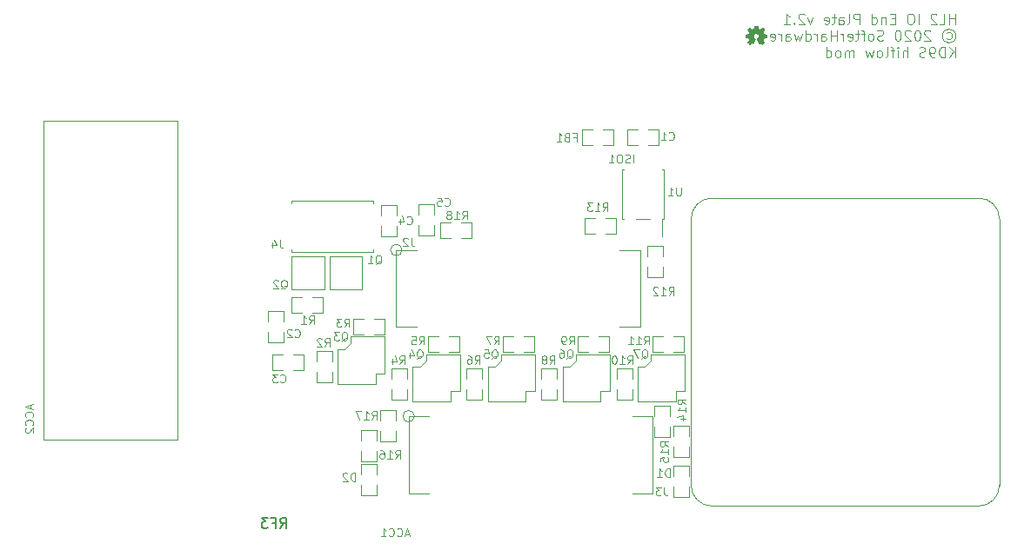
<source format=gbr>
G04 #@! TF.GenerationSoftware,KiCad,Pcbnew,(5.1.8)-1*
G04 #@! TF.CreationDate,2020-12-19T14:32:43-06:00*
G04 #@! TF.ProjectId,endcap,656e6463-6170-42e6-9b69-6361645f7063,2.1*
G04 #@! TF.SameCoordinates,PX2faf080PY2faf080*
G04 #@! TF.FileFunction,Legend,Bot*
G04 #@! TF.FilePolarity,Positive*
%FSLAX46Y46*%
G04 Gerber Fmt 4.6, Leading zero omitted, Abs format (unit mm)*
G04 Created by KiCad (PCBNEW (5.1.8)-1) date 2020-12-19 14:32:43*
%MOMM*%
%LPD*%
G01*
G04 APERTURE LIST*
%ADD10C,0.120000*%
%ADD11C,0.100000*%
%ADD12C,0.002540*%
%ADD13C,0.150000*%
G04 APERTURE END LIST*
D10*
X95683904Y-2532380D02*
X95683904Y-1532380D01*
X95683904Y-2008571D02*
X95112476Y-2008571D01*
X95112476Y-2532380D02*
X95112476Y-1532380D01*
X94160095Y-2532380D02*
X94636285Y-2532380D01*
X94636285Y-1532380D01*
X93874380Y-1627619D02*
X93826761Y-1580000D01*
X93731523Y-1532380D01*
X93493428Y-1532380D01*
X93398190Y-1580000D01*
X93350571Y-1627619D01*
X93302952Y-1722857D01*
X93302952Y-1818095D01*
X93350571Y-1960952D01*
X93922000Y-2532380D01*
X93302952Y-2532380D01*
X92112476Y-2532380D02*
X92112476Y-1532380D01*
X91445809Y-1532380D02*
X91255333Y-1532380D01*
X91160095Y-1580000D01*
X91064857Y-1675238D01*
X91017238Y-1865714D01*
X91017238Y-2199047D01*
X91064857Y-2389523D01*
X91160095Y-2484761D01*
X91255333Y-2532380D01*
X91445809Y-2532380D01*
X91541047Y-2484761D01*
X91636285Y-2389523D01*
X91683904Y-2199047D01*
X91683904Y-1865714D01*
X91636285Y-1675238D01*
X91541047Y-1580000D01*
X91445809Y-1532380D01*
X89826761Y-2008571D02*
X89493428Y-2008571D01*
X89350571Y-2532380D02*
X89826761Y-2532380D01*
X89826761Y-1532380D01*
X89350571Y-1532380D01*
X88922000Y-1865714D02*
X88922000Y-2532380D01*
X88922000Y-1960952D02*
X88874380Y-1913333D01*
X88779142Y-1865714D01*
X88636285Y-1865714D01*
X88541047Y-1913333D01*
X88493428Y-2008571D01*
X88493428Y-2532380D01*
X87588666Y-2532380D02*
X87588666Y-1532380D01*
X87588666Y-2484761D02*
X87683904Y-2532380D01*
X87874380Y-2532380D01*
X87969619Y-2484761D01*
X88017238Y-2437142D01*
X88064857Y-2341904D01*
X88064857Y-2056190D01*
X88017238Y-1960952D01*
X87969619Y-1913333D01*
X87874380Y-1865714D01*
X87683904Y-1865714D01*
X87588666Y-1913333D01*
X86350571Y-2532380D02*
X86350571Y-1532380D01*
X85969619Y-1532380D01*
X85874380Y-1580000D01*
X85826761Y-1627619D01*
X85779142Y-1722857D01*
X85779142Y-1865714D01*
X85826761Y-1960952D01*
X85874380Y-2008571D01*
X85969619Y-2056190D01*
X86350571Y-2056190D01*
X85207714Y-2532380D02*
X85302952Y-2484761D01*
X85350571Y-2389523D01*
X85350571Y-1532380D01*
X84398190Y-2532380D02*
X84398190Y-2008571D01*
X84445809Y-1913333D01*
X84541047Y-1865714D01*
X84731523Y-1865714D01*
X84826761Y-1913333D01*
X84398190Y-2484761D02*
X84493428Y-2532380D01*
X84731523Y-2532380D01*
X84826761Y-2484761D01*
X84874380Y-2389523D01*
X84874380Y-2294285D01*
X84826761Y-2199047D01*
X84731523Y-2151428D01*
X84493428Y-2151428D01*
X84398190Y-2103809D01*
X84064857Y-1865714D02*
X83683904Y-1865714D01*
X83922000Y-1532380D02*
X83922000Y-2389523D01*
X83874380Y-2484761D01*
X83779142Y-2532380D01*
X83683904Y-2532380D01*
X82969619Y-2484761D02*
X83064857Y-2532380D01*
X83255333Y-2532380D01*
X83350571Y-2484761D01*
X83398190Y-2389523D01*
X83398190Y-2008571D01*
X83350571Y-1913333D01*
X83255333Y-1865714D01*
X83064857Y-1865714D01*
X82969619Y-1913333D01*
X82922000Y-2008571D01*
X82922000Y-2103809D01*
X83398190Y-2199047D01*
X81826761Y-1865714D02*
X81588666Y-2532380D01*
X81350571Y-1865714D01*
X81017238Y-1627619D02*
X80969619Y-1580000D01*
X80874380Y-1532380D01*
X80636285Y-1532380D01*
X80541047Y-1580000D01*
X80493428Y-1627619D01*
X80445809Y-1722857D01*
X80445809Y-1818095D01*
X80493428Y-1960952D01*
X81064857Y-2532380D01*
X80445809Y-2532380D01*
X80017238Y-2437142D02*
X79969619Y-2484761D01*
X80017238Y-2532380D01*
X80064857Y-2484761D01*
X80017238Y-2437142D01*
X80017238Y-2532380D01*
X79017238Y-2532380D02*
X79588666Y-2532380D01*
X79302952Y-2532380D02*
X79302952Y-1532380D01*
X79398190Y-1675238D01*
X79493428Y-1770476D01*
X79588666Y-1818095D01*
X94874380Y-3390476D02*
X94969619Y-3342857D01*
X95160095Y-3342857D01*
X95255333Y-3390476D01*
X95350571Y-3485714D01*
X95398190Y-3580952D01*
X95398190Y-3771428D01*
X95350571Y-3866666D01*
X95255333Y-3961904D01*
X95160095Y-4009523D01*
X94969619Y-4009523D01*
X94874380Y-3961904D01*
X95064857Y-3009523D02*
X95302952Y-3057142D01*
X95541047Y-3200000D01*
X95683904Y-3438095D01*
X95731523Y-3676190D01*
X95683904Y-3914285D01*
X95541047Y-4152380D01*
X95302952Y-4295238D01*
X95064857Y-4342857D01*
X94826761Y-4295238D01*
X94588666Y-4152380D01*
X94445809Y-3914285D01*
X94398190Y-3676190D01*
X94445809Y-3438095D01*
X94588666Y-3200000D01*
X94826761Y-3057142D01*
X95064857Y-3009523D01*
X93255333Y-3247619D02*
X93207714Y-3200000D01*
X93112476Y-3152380D01*
X92874380Y-3152380D01*
X92779142Y-3200000D01*
X92731523Y-3247619D01*
X92683904Y-3342857D01*
X92683904Y-3438095D01*
X92731523Y-3580952D01*
X93302952Y-4152380D01*
X92683904Y-4152380D01*
X92064857Y-3152380D02*
X91969619Y-3152380D01*
X91874380Y-3200000D01*
X91826761Y-3247619D01*
X91779142Y-3342857D01*
X91731523Y-3533333D01*
X91731523Y-3771428D01*
X91779142Y-3961904D01*
X91826761Y-4057142D01*
X91874380Y-4104761D01*
X91969619Y-4152380D01*
X92064857Y-4152380D01*
X92160095Y-4104761D01*
X92207714Y-4057142D01*
X92255333Y-3961904D01*
X92302952Y-3771428D01*
X92302952Y-3533333D01*
X92255333Y-3342857D01*
X92207714Y-3247619D01*
X92160095Y-3200000D01*
X92064857Y-3152380D01*
X91350571Y-3247619D02*
X91302952Y-3200000D01*
X91207714Y-3152380D01*
X90969619Y-3152380D01*
X90874380Y-3200000D01*
X90826761Y-3247619D01*
X90779142Y-3342857D01*
X90779142Y-3438095D01*
X90826761Y-3580952D01*
X91398190Y-4152380D01*
X90779142Y-4152380D01*
X90160095Y-3152380D02*
X90064857Y-3152380D01*
X89969619Y-3200000D01*
X89922000Y-3247619D01*
X89874380Y-3342857D01*
X89826761Y-3533333D01*
X89826761Y-3771428D01*
X89874380Y-3961904D01*
X89922000Y-4057142D01*
X89969619Y-4104761D01*
X90064857Y-4152380D01*
X90160095Y-4152380D01*
X90255333Y-4104761D01*
X90302952Y-4057142D01*
X90350571Y-3961904D01*
X90398190Y-3771428D01*
X90398190Y-3533333D01*
X90350571Y-3342857D01*
X90302952Y-3247619D01*
X90255333Y-3200000D01*
X90160095Y-3152380D01*
X88683904Y-4104761D02*
X88541047Y-4152380D01*
X88302952Y-4152380D01*
X88207714Y-4104761D01*
X88160095Y-4057142D01*
X88112476Y-3961904D01*
X88112476Y-3866666D01*
X88160095Y-3771428D01*
X88207714Y-3723809D01*
X88302952Y-3676190D01*
X88493428Y-3628571D01*
X88588666Y-3580952D01*
X88636285Y-3533333D01*
X88683904Y-3438095D01*
X88683904Y-3342857D01*
X88636285Y-3247619D01*
X88588666Y-3200000D01*
X88493428Y-3152380D01*
X88255333Y-3152380D01*
X88112476Y-3200000D01*
X87541047Y-4152380D02*
X87636285Y-4104761D01*
X87683904Y-4057142D01*
X87731523Y-3961904D01*
X87731523Y-3676190D01*
X87683904Y-3580952D01*
X87636285Y-3533333D01*
X87541047Y-3485714D01*
X87398190Y-3485714D01*
X87302952Y-3533333D01*
X87255333Y-3580952D01*
X87207714Y-3676190D01*
X87207714Y-3961904D01*
X87255333Y-4057142D01*
X87302952Y-4104761D01*
X87398190Y-4152380D01*
X87541047Y-4152380D01*
X86922000Y-3485714D02*
X86541047Y-3485714D01*
X86779142Y-4152380D02*
X86779142Y-3295238D01*
X86731523Y-3200000D01*
X86636285Y-3152380D01*
X86541047Y-3152380D01*
X86350571Y-3485714D02*
X85969619Y-3485714D01*
X86207714Y-3152380D02*
X86207714Y-4009523D01*
X86160095Y-4104761D01*
X86064857Y-4152380D01*
X85969619Y-4152380D01*
X85255333Y-4104761D02*
X85350571Y-4152380D01*
X85541047Y-4152380D01*
X85636285Y-4104761D01*
X85683904Y-4009523D01*
X85683904Y-3628571D01*
X85636285Y-3533333D01*
X85541047Y-3485714D01*
X85350571Y-3485714D01*
X85255333Y-3533333D01*
X85207714Y-3628571D01*
X85207714Y-3723809D01*
X85683904Y-3819047D01*
X84779142Y-4152380D02*
X84779142Y-3485714D01*
X84779142Y-3676190D02*
X84731523Y-3580952D01*
X84683904Y-3533333D01*
X84588666Y-3485714D01*
X84493428Y-3485714D01*
X84160095Y-4152380D02*
X84160095Y-3152380D01*
X84160095Y-3628571D02*
X83588666Y-3628571D01*
X83588666Y-4152380D02*
X83588666Y-3152380D01*
X82683904Y-4152380D02*
X82683904Y-3628571D01*
X82731523Y-3533333D01*
X82826761Y-3485714D01*
X83017238Y-3485714D01*
X83112476Y-3533333D01*
X82683904Y-4104761D02*
X82779142Y-4152380D01*
X83017238Y-4152380D01*
X83112476Y-4104761D01*
X83160095Y-4009523D01*
X83160095Y-3914285D01*
X83112476Y-3819047D01*
X83017238Y-3771428D01*
X82779142Y-3771428D01*
X82683904Y-3723809D01*
X82207714Y-4152380D02*
X82207714Y-3485714D01*
X82207714Y-3676190D02*
X82160095Y-3580952D01*
X82112476Y-3533333D01*
X82017238Y-3485714D01*
X81922000Y-3485714D01*
X81160095Y-4152380D02*
X81160095Y-3152380D01*
X81160095Y-4104761D02*
X81255333Y-4152380D01*
X81445809Y-4152380D01*
X81541047Y-4104761D01*
X81588666Y-4057142D01*
X81636285Y-3961904D01*
X81636285Y-3676190D01*
X81588666Y-3580952D01*
X81541047Y-3533333D01*
X81445809Y-3485714D01*
X81255333Y-3485714D01*
X81160095Y-3533333D01*
X80779142Y-3485714D02*
X80588666Y-4152380D01*
X80398190Y-3676190D01*
X80207714Y-4152380D01*
X80017238Y-3485714D01*
X79207714Y-4152380D02*
X79207714Y-3628571D01*
X79255333Y-3533333D01*
X79350571Y-3485714D01*
X79541047Y-3485714D01*
X79636285Y-3533333D01*
X79207714Y-4104761D02*
X79302952Y-4152380D01*
X79541047Y-4152380D01*
X79636285Y-4104761D01*
X79683904Y-4009523D01*
X79683904Y-3914285D01*
X79636285Y-3819047D01*
X79541047Y-3771428D01*
X79302952Y-3771428D01*
X79207714Y-3723809D01*
X78731523Y-4152380D02*
X78731523Y-3485714D01*
X78731523Y-3676190D02*
X78683904Y-3580952D01*
X78636285Y-3533333D01*
X78541047Y-3485714D01*
X78445809Y-3485714D01*
X77731523Y-4104761D02*
X77826761Y-4152380D01*
X78017238Y-4152380D01*
X78112476Y-4104761D01*
X78160095Y-4009523D01*
X78160095Y-3628571D01*
X78112476Y-3533333D01*
X78017238Y-3485714D01*
X77826761Y-3485714D01*
X77731523Y-3533333D01*
X77683904Y-3628571D01*
X77683904Y-3723809D01*
X78160095Y-3819047D01*
X95683904Y-5772380D02*
X95683904Y-4772380D01*
X95112476Y-5772380D02*
X95541047Y-5200952D01*
X95112476Y-4772380D02*
X95683904Y-5343809D01*
X94683904Y-5772380D02*
X94683904Y-4772380D01*
X94445809Y-4772380D01*
X94302952Y-4820000D01*
X94207714Y-4915238D01*
X94160095Y-5010476D01*
X94112476Y-5200952D01*
X94112476Y-5343809D01*
X94160095Y-5534285D01*
X94207714Y-5629523D01*
X94302952Y-5724761D01*
X94445809Y-5772380D01*
X94683904Y-5772380D01*
X93636285Y-5772380D02*
X93445809Y-5772380D01*
X93350571Y-5724761D01*
X93302952Y-5677142D01*
X93207714Y-5534285D01*
X93160095Y-5343809D01*
X93160095Y-4962857D01*
X93207714Y-4867619D01*
X93255333Y-4820000D01*
X93350571Y-4772380D01*
X93541047Y-4772380D01*
X93636285Y-4820000D01*
X93683904Y-4867619D01*
X93731523Y-4962857D01*
X93731523Y-5200952D01*
X93683904Y-5296190D01*
X93636285Y-5343809D01*
X93541047Y-5391428D01*
X93350571Y-5391428D01*
X93255333Y-5343809D01*
X93207714Y-5296190D01*
X93160095Y-5200952D01*
X92779142Y-5724761D02*
X92636285Y-5772380D01*
X92398190Y-5772380D01*
X92302952Y-5724761D01*
X92255333Y-5677142D01*
X92207714Y-5581904D01*
X92207714Y-5486666D01*
X92255333Y-5391428D01*
X92302952Y-5343809D01*
X92398190Y-5296190D01*
X92588666Y-5248571D01*
X92683904Y-5200952D01*
X92731523Y-5153333D01*
X92779142Y-5058095D01*
X92779142Y-4962857D01*
X92731523Y-4867619D01*
X92683904Y-4820000D01*
X92588666Y-4772380D01*
X92350571Y-4772380D01*
X92207714Y-4820000D01*
X91017238Y-5772380D02*
X91017238Y-4772380D01*
X90588666Y-5772380D02*
X90588666Y-5248571D01*
X90636285Y-5153333D01*
X90731523Y-5105714D01*
X90874380Y-5105714D01*
X90969619Y-5153333D01*
X91017238Y-5200952D01*
X90112476Y-5772380D02*
X90112476Y-5105714D01*
X90112476Y-4772380D02*
X90160095Y-4820000D01*
X90112476Y-4867619D01*
X90064857Y-4820000D01*
X90112476Y-4772380D01*
X90112476Y-4867619D01*
X89779142Y-5105714D02*
X89398190Y-5105714D01*
X89636285Y-5772380D02*
X89636285Y-4915238D01*
X89588666Y-4820000D01*
X89493428Y-4772380D01*
X89398190Y-4772380D01*
X88922000Y-5772380D02*
X89017238Y-5724761D01*
X89064857Y-5629523D01*
X89064857Y-4772380D01*
X88398190Y-5772380D02*
X88493428Y-5724761D01*
X88541047Y-5677142D01*
X88588666Y-5581904D01*
X88588666Y-5296190D01*
X88541047Y-5200952D01*
X88493428Y-5153333D01*
X88398190Y-5105714D01*
X88255333Y-5105714D01*
X88160095Y-5153333D01*
X88112476Y-5200952D01*
X88064857Y-5296190D01*
X88064857Y-5581904D01*
X88112476Y-5677142D01*
X88160095Y-5724761D01*
X88255333Y-5772380D01*
X88398190Y-5772380D01*
X87731523Y-5105714D02*
X87541047Y-5772380D01*
X87350571Y-5296190D01*
X87160095Y-5772380D01*
X86969619Y-5105714D01*
X85826761Y-5772380D02*
X85826761Y-5105714D01*
X85826761Y-5200952D02*
X85779142Y-5153333D01*
X85683904Y-5105714D01*
X85541047Y-5105714D01*
X85445809Y-5153333D01*
X85398190Y-5248571D01*
X85398190Y-5772380D01*
X85398190Y-5248571D02*
X85350571Y-5153333D01*
X85255333Y-5105714D01*
X85112476Y-5105714D01*
X85017238Y-5153333D01*
X84969619Y-5248571D01*
X84969619Y-5772380D01*
X84350571Y-5772380D02*
X84445809Y-5724761D01*
X84493428Y-5677142D01*
X84541047Y-5581904D01*
X84541047Y-5296190D01*
X84493428Y-5200952D01*
X84445809Y-5153333D01*
X84350571Y-5105714D01*
X84207714Y-5105714D01*
X84112476Y-5153333D01*
X84064857Y-5200952D01*
X84017238Y-5296190D01*
X84017238Y-5581904D01*
X84064857Y-5677142D01*
X84112476Y-5724761D01*
X84207714Y-5772380D01*
X84350571Y-5772380D01*
X83160095Y-5772380D02*
X83160095Y-4772380D01*
X83160095Y-5724761D02*
X83255333Y-5772380D01*
X83445809Y-5772380D01*
X83541047Y-5724761D01*
X83588666Y-5677142D01*
X83636285Y-5581904D01*
X83636285Y-5296190D01*
X83588666Y-5200952D01*
X83541047Y-5153333D01*
X83445809Y-5105714D01*
X83255333Y-5105714D01*
X83160095Y-5153333D01*
D11*
X98000000Y-49500000D02*
X72000000Y-49500000D01*
X100000000Y-21500000D02*
X100000000Y-47500000D01*
X72000000Y-19500000D02*
X98000000Y-19500000D01*
X70000000Y-47500000D02*
X70000000Y-21500000D01*
X70000000Y-47500000D02*
G75*
G03*
X72000000Y-49500000I2000000J0D01*
G01*
X72000000Y-19500000D02*
G75*
G03*
X70000000Y-21500000I0J-2000000D01*
G01*
X100000000Y-21500000D02*
G75*
G03*
X98000000Y-19500000I-2000000J0D01*
G01*
X98000000Y-49500000D02*
G75*
G03*
X100000000Y-47500000I0J2000000D01*
G01*
X62424000Y-12838000D02*
X61408000Y-12838000D01*
X62424000Y-14362000D02*
X62424000Y-12838000D01*
X61408000Y-14362000D02*
X62424000Y-14362000D01*
X59376000Y-14362000D02*
X60392000Y-14362000D01*
X59376000Y-12838000D02*
X59376000Y-14362000D01*
X60392000Y-12838000D02*
X59376000Y-12838000D01*
X7000000Y-43000000D02*
X20000000Y-43000000D01*
X7000000Y-12000000D02*
X7000000Y-43000000D01*
X20000000Y-12000000D02*
X7000000Y-12000000D01*
X20000000Y-43000000D02*
X20000000Y-12000000D01*
X43300000Y-24550000D02*
X41300000Y-24550000D01*
X41300000Y-24550000D02*
X41300000Y-32050000D01*
X41300000Y-32050000D02*
X43300000Y-32050000D01*
X63050000Y-24550000D02*
X65050000Y-24550000D01*
X65050000Y-24550000D02*
X65050000Y-32050000D01*
X65050000Y-32050000D02*
X63050000Y-32050000D01*
X41859017Y-24550000D02*
G75*
G03*
X41859017Y-24550000I-559017J0D01*
G01*
X44500000Y-40750000D02*
X42500000Y-40750000D01*
X42500000Y-40750000D02*
X42500000Y-48250000D01*
X42500000Y-48250000D02*
X44500000Y-48250000D01*
X64250000Y-40750000D02*
X66250000Y-40750000D01*
X66250000Y-40750000D02*
X66250000Y-48250000D01*
X66250000Y-48250000D02*
X64250000Y-48250000D01*
X43059017Y-40750000D02*
G75*
G03*
X43059017Y-40750000I-559017J0D01*
G01*
X35600000Y-34200000D02*
X35600000Y-37600000D01*
X35600000Y-37600000D02*
X39300000Y-37600000D01*
X39300000Y-37600000D02*
X39300000Y-36600000D01*
X39300000Y-36600000D02*
X40200000Y-36600000D01*
X40200000Y-36600000D02*
X40200000Y-33000000D01*
X40200000Y-33000000D02*
X36900000Y-33000000D01*
X36900000Y-33000000D02*
X36900000Y-33600000D01*
X36900000Y-33600000D02*
X36300000Y-34200000D01*
X36300000Y-34200000D02*
X35600000Y-34200000D01*
X43600000Y-35900000D02*
X42900000Y-35900000D01*
X44200000Y-35300000D02*
X43600000Y-35900000D01*
X44200000Y-34700000D02*
X44200000Y-35300000D01*
X47500000Y-34700000D02*
X44200000Y-34700000D01*
X47500000Y-38300000D02*
X47500000Y-34700000D01*
X46600000Y-38300000D02*
X47500000Y-38300000D01*
X46600000Y-39300000D02*
X46600000Y-38300000D01*
X42900000Y-39300000D02*
X46600000Y-39300000D01*
X42900000Y-35900000D02*
X42900000Y-39300000D01*
X50900000Y-35900000D02*
X50200000Y-35900000D01*
X51500000Y-35300000D02*
X50900000Y-35900000D01*
X51500000Y-34700000D02*
X51500000Y-35300000D01*
X54800000Y-34700000D02*
X51500000Y-34700000D01*
X54800000Y-38300000D02*
X54800000Y-34700000D01*
X53900000Y-38300000D02*
X54800000Y-38300000D01*
X53900000Y-39300000D02*
X53900000Y-38300000D01*
X50200000Y-39300000D02*
X53900000Y-39300000D01*
X50200000Y-35900000D02*
X50200000Y-39300000D01*
X57500000Y-35900000D02*
X57500000Y-39300000D01*
X57500000Y-39300000D02*
X61200000Y-39300000D01*
X61200000Y-39300000D02*
X61200000Y-38300000D01*
X61200000Y-38300000D02*
X62100000Y-38300000D01*
X62100000Y-38300000D02*
X62100000Y-34700000D01*
X62100000Y-34700000D02*
X58800000Y-34700000D01*
X58800000Y-34700000D02*
X58800000Y-35300000D01*
X58800000Y-35300000D02*
X58200000Y-35900000D01*
X58200000Y-35900000D02*
X57500000Y-35900000D01*
X65500000Y-35900000D02*
X64800000Y-35900000D01*
X66100000Y-35300000D02*
X65500000Y-35900000D01*
X66100000Y-34700000D02*
X66100000Y-35300000D01*
X69400000Y-34700000D02*
X66100000Y-34700000D01*
X69400000Y-38300000D02*
X69400000Y-34700000D01*
X68500000Y-38300000D02*
X69400000Y-38300000D01*
X68500000Y-39300000D02*
X68500000Y-38300000D01*
X64800000Y-39300000D02*
X68500000Y-39300000D01*
X64800000Y-35900000D02*
X64800000Y-39300000D01*
X33538000Y-34376000D02*
X33538000Y-35392000D01*
X35062000Y-34376000D02*
X33538000Y-34376000D01*
X35062000Y-35392000D02*
X35062000Y-34376000D01*
X35062000Y-37424000D02*
X35062000Y-36408000D01*
X33538000Y-37424000D02*
X35062000Y-37424000D01*
X33538000Y-36408000D02*
X33538000Y-37424000D01*
X38092000Y-31238000D02*
X37076000Y-31238000D01*
X37076000Y-31238000D02*
X37076000Y-32762000D01*
X37076000Y-32762000D02*
X38092000Y-32762000D01*
X39108000Y-32762000D02*
X40124000Y-32762000D01*
X40124000Y-32762000D02*
X40124000Y-31238000D01*
X40124000Y-31238000D02*
X39108000Y-31238000D01*
X40838000Y-36076000D02*
X40838000Y-37092000D01*
X42362000Y-36076000D02*
X40838000Y-36076000D01*
X42362000Y-37092000D02*
X42362000Y-36076000D01*
X42362000Y-39124000D02*
X42362000Y-38108000D01*
X40838000Y-39124000D02*
X42362000Y-39124000D01*
X40838000Y-38108000D02*
X40838000Y-39124000D01*
X45392000Y-32938000D02*
X44376000Y-32938000D01*
X44376000Y-32938000D02*
X44376000Y-34462000D01*
X44376000Y-34462000D02*
X45392000Y-34462000D01*
X46408000Y-34462000D02*
X47424000Y-34462000D01*
X47424000Y-34462000D02*
X47424000Y-32938000D01*
X47424000Y-32938000D02*
X46408000Y-32938000D01*
X48138000Y-36076000D02*
X48138000Y-37092000D01*
X49662000Y-36076000D02*
X48138000Y-36076000D01*
X49662000Y-37092000D02*
X49662000Y-36076000D01*
X49662000Y-39124000D02*
X49662000Y-38108000D01*
X48138000Y-39124000D02*
X49662000Y-39124000D01*
X48138000Y-38108000D02*
X48138000Y-39124000D01*
X52692000Y-32938000D02*
X51676000Y-32938000D01*
X51676000Y-32938000D02*
X51676000Y-34462000D01*
X51676000Y-34462000D02*
X52692000Y-34462000D01*
X53708000Y-34462000D02*
X54724000Y-34462000D01*
X54724000Y-34462000D02*
X54724000Y-32938000D01*
X54724000Y-32938000D02*
X53708000Y-32938000D01*
X55438000Y-36076000D02*
X55438000Y-37092000D01*
X56962000Y-36076000D02*
X55438000Y-36076000D01*
X56962000Y-37092000D02*
X56962000Y-36076000D01*
X56962000Y-39124000D02*
X56962000Y-38108000D01*
X55438000Y-39124000D02*
X56962000Y-39124000D01*
X55438000Y-38108000D02*
X55438000Y-39124000D01*
X59992000Y-32938000D02*
X58976000Y-32938000D01*
X58976000Y-32938000D02*
X58976000Y-34462000D01*
X58976000Y-34462000D02*
X59992000Y-34462000D01*
X61008000Y-34462000D02*
X62024000Y-34462000D01*
X62024000Y-34462000D02*
X62024000Y-32938000D01*
X62024000Y-32938000D02*
X61008000Y-32938000D01*
X62738000Y-36076000D02*
X62738000Y-37092000D01*
X64262000Y-36076000D02*
X62738000Y-36076000D01*
X64262000Y-37092000D02*
X64262000Y-36076000D01*
X64262000Y-39124000D02*
X64262000Y-38108000D01*
X62738000Y-39124000D02*
X64262000Y-39124000D01*
X62738000Y-38108000D02*
X62738000Y-39124000D01*
X67292000Y-32938000D02*
X66276000Y-32938000D01*
X66276000Y-32938000D02*
X66276000Y-34462000D01*
X66276000Y-34462000D02*
X67292000Y-34462000D01*
X68308000Y-34462000D02*
X69324000Y-34462000D01*
X69324000Y-34462000D02*
X69324000Y-32938000D01*
X69324000Y-32938000D02*
X68308000Y-32938000D01*
X63776000Y-14362000D02*
X64792000Y-14362000D01*
X63776000Y-12838000D02*
X63776000Y-14362000D01*
X64792000Y-12838000D02*
X63776000Y-12838000D01*
X66824000Y-12838000D02*
X65808000Y-12838000D01*
X66824000Y-14362000D02*
X66824000Y-12838000D01*
X65808000Y-14362000D02*
X66824000Y-14362000D01*
X29276000Y-36262000D02*
X30292000Y-36262000D01*
X29276000Y-34738000D02*
X29276000Y-36262000D01*
X30292000Y-34738000D02*
X29276000Y-34738000D01*
X32324000Y-34738000D02*
X31308000Y-34738000D01*
X32324000Y-36262000D02*
X32324000Y-34738000D01*
X31308000Y-36262000D02*
X32324000Y-36262000D01*
X67262000Y-27224000D02*
X67262000Y-26208000D01*
X65738000Y-27224000D02*
X67262000Y-27224000D01*
X65738000Y-26208000D02*
X65738000Y-27224000D01*
X65738000Y-24176000D02*
X65738000Y-25192000D01*
X67262000Y-24176000D02*
X65738000Y-24176000D01*
X67262000Y-25192000D02*
X67262000Y-24176000D01*
X61708000Y-22962000D02*
X62724000Y-22962000D01*
X62724000Y-22962000D02*
X62724000Y-21438000D01*
X62724000Y-21438000D02*
X61708000Y-21438000D01*
X60692000Y-21438000D02*
X59676000Y-21438000D01*
X59676000Y-21438000D02*
X59676000Y-22962000D01*
X59676000Y-22962000D02*
X60692000Y-22962000D01*
D10*
X67300000Y-16700000D02*
X67150000Y-16700000D01*
X67300000Y-21500000D02*
X67300000Y-16700000D01*
X67150000Y-21500000D02*
X67300000Y-21500000D01*
X63300000Y-21500000D02*
X63450000Y-21500000D01*
X63300000Y-16700000D02*
X63300000Y-21500000D01*
X63450000Y-16700000D02*
X63300000Y-16700000D01*
X64650000Y-21500000D02*
X65950000Y-21500000D01*
X67150000Y-21500000D02*
X67150000Y-23200000D01*
D11*
X28838000Y-30476000D02*
X28838000Y-31492000D01*
X30362000Y-30476000D02*
X28838000Y-30476000D01*
X30362000Y-31492000D02*
X30362000Y-30476000D01*
X30362000Y-33524000D02*
X30362000Y-32508000D01*
X28838000Y-33524000D02*
X30362000Y-33524000D01*
X28838000Y-32508000D02*
X28838000Y-33524000D01*
X39100000Y-19750000D02*
X39100000Y-20000000D01*
X31100000Y-19750000D02*
X39100000Y-19750000D01*
X31100000Y-20000000D02*
X31100000Y-19750000D01*
X39100000Y-24750000D02*
X39100000Y-24500000D01*
X31100000Y-24750000D02*
X39100000Y-24750000D01*
X31100000Y-24500000D02*
X31100000Y-24750000D01*
X38000000Y-28400000D02*
X34800000Y-28400000D01*
X38000000Y-25200000D02*
X38000000Y-28400000D01*
X34800000Y-25200000D02*
X38000000Y-25200000D01*
X34800000Y-28400000D02*
X34800000Y-25200000D01*
X31100000Y-25200000D02*
X34300000Y-25200000D01*
X34300000Y-25200000D02*
X34300000Y-28400000D01*
X34300000Y-28400000D02*
X31100000Y-28400000D01*
X31100000Y-28400000D02*
X31100000Y-25200000D01*
X32092000Y-29138000D02*
X31076000Y-29138000D01*
X31076000Y-29138000D02*
X31076000Y-30662000D01*
X31076000Y-30662000D02*
X32092000Y-30662000D01*
X33108000Y-30662000D02*
X34124000Y-30662000D01*
X34124000Y-30662000D02*
X34124000Y-29138000D01*
X34124000Y-29138000D02*
X33108000Y-29138000D01*
X41362000Y-23224000D02*
X41362000Y-22208000D01*
X39838000Y-23224000D02*
X41362000Y-23224000D01*
X39838000Y-22208000D02*
X39838000Y-23224000D01*
X39838000Y-20176000D02*
X39838000Y-21192000D01*
X41362000Y-20176000D02*
X39838000Y-20176000D01*
X41362000Y-21192000D02*
X41362000Y-20176000D01*
X69762000Y-48624000D02*
X69762000Y-47608000D01*
X68238000Y-48624000D02*
X69762000Y-48624000D01*
X68238000Y-47608000D02*
X68238000Y-48624000D01*
X68238000Y-45576000D02*
X68238000Y-46592000D01*
X69762000Y-45576000D02*
X68238000Y-45576000D01*
X69762000Y-46592000D02*
X69762000Y-45576000D01*
X39362000Y-46392000D02*
X39362000Y-45376000D01*
X39362000Y-45376000D02*
X37838000Y-45376000D01*
X37838000Y-45376000D02*
X37838000Y-46392000D01*
X37838000Y-47408000D02*
X37838000Y-48424000D01*
X37838000Y-48424000D02*
X39362000Y-48424000D01*
X39362000Y-48424000D02*
X39362000Y-47408000D01*
X67962000Y-42824000D02*
X67962000Y-41808000D01*
X66438000Y-42824000D02*
X67962000Y-42824000D01*
X66438000Y-41808000D02*
X66438000Y-42824000D01*
X66438000Y-39776000D02*
X66438000Y-40792000D01*
X67962000Y-39776000D02*
X66438000Y-39776000D01*
X67962000Y-40792000D02*
X67962000Y-39776000D01*
X68238000Y-43708000D02*
X68238000Y-44724000D01*
X68238000Y-44724000D02*
X69762000Y-44724000D01*
X69762000Y-44724000D02*
X69762000Y-43708000D01*
X69762000Y-42692000D02*
X69762000Y-41676000D01*
X69762000Y-41676000D02*
X68238000Y-41676000D01*
X68238000Y-41676000D02*
X68238000Y-42692000D01*
X39362000Y-43092000D02*
X39362000Y-42076000D01*
X39362000Y-42076000D02*
X37838000Y-42076000D01*
X37838000Y-42076000D02*
X37838000Y-43092000D01*
X37838000Y-44108000D02*
X37838000Y-45124000D01*
X37838000Y-45124000D02*
X39362000Y-45124000D01*
X39362000Y-45124000D02*
X39362000Y-44108000D01*
X39738000Y-40176000D02*
X39738000Y-41192000D01*
X41262000Y-40176000D02*
X39738000Y-40176000D01*
X41262000Y-41192000D02*
X41262000Y-40176000D01*
X41262000Y-43224000D02*
X41262000Y-42208000D01*
X39738000Y-43224000D02*
X41262000Y-43224000D01*
X39738000Y-42208000D02*
X39738000Y-43224000D01*
D12*
G36*
X75695480Y-4496620D02*
G01*
X75705640Y-4491540D01*
X75728500Y-4476300D01*
X75761520Y-4455980D01*
X75802160Y-4428040D01*
X75840260Y-4402640D01*
X75873280Y-4379780D01*
X75896140Y-4364540D01*
X75906300Y-4359460D01*
X75911380Y-4362000D01*
X75929160Y-4372160D01*
X75957100Y-4384860D01*
X75972340Y-4392480D01*
X75997740Y-4405180D01*
X76010440Y-4407720D01*
X76012980Y-4402640D01*
X76023140Y-4384860D01*
X76035840Y-4351840D01*
X76056160Y-4308660D01*
X76076480Y-4257860D01*
X76099340Y-4201980D01*
X76122200Y-4146100D01*
X76145060Y-4092760D01*
X76165380Y-4044500D01*
X76180620Y-4006400D01*
X76190780Y-3978460D01*
X76195860Y-3968300D01*
X76193320Y-3965760D01*
X76180620Y-3953060D01*
X76160300Y-3937820D01*
X76112040Y-3897180D01*
X76066320Y-3838760D01*
X76035840Y-3772720D01*
X76028220Y-3699060D01*
X76035840Y-3633020D01*
X76061240Y-3569520D01*
X76106960Y-3508560D01*
X76162840Y-3465380D01*
X76228880Y-3437440D01*
X76300000Y-3429820D01*
X76368580Y-3437440D01*
X76434620Y-3462840D01*
X76495580Y-3508560D01*
X76518440Y-3536500D01*
X76554000Y-3597460D01*
X76574320Y-3658420D01*
X76574320Y-3673660D01*
X76571780Y-3744780D01*
X76551460Y-3813360D01*
X76515900Y-3871780D01*
X76462560Y-3922580D01*
X76457480Y-3927660D01*
X76432080Y-3945440D01*
X76416840Y-3955600D01*
X76404140Y-3965760D01*
X76493040Y-4181660D01*
X76508280Y-4217220D01*
X76533680Y-4275640D01*
X76554000Y-4326440D01*
X76571780Y-4367080D01*
X76584480Y-4392480D01*
X76589560Y-4405180D01*
X76597180Y-4405180D01*
X76612420Y-4400100D01*
X76642900Y-4384860D01*
X76663220Y-4374700D01*
X76686080Y-4364540D01*
X76696240Y-4359460D01*
X76706400Y-4364540D01*
X76726720Y-4379780D01*
X76759740Y-4400100D01*
X76797840Y-4425500D01*
X76833400Y-4450900D01*
X76868960Y-4473760D01*
X76891820Y-4489000D01*
X76904520Y-4496620D01*
X76907060Y-4496620D01*
X76917220Y-4489000D01*
X76937540Y-4473760D01*
X76965480Y-4445820D01*
X77006120Y-4405180D01*
X77013740Y-4400100D01*
X77046760Y-4364540D01*
X77074700Y-4334060D01*
X77095020Y-4313740D01*
X77100100Y-4306120D01*
X77095020Y-4293420D01*
X77079780Y-4268020D01*
X77056920Y-4235000D01*
X77028980Y-4194360D01*
X76957860Y-4090220D01*
X76998500Y-3993700D01*
X77008660Y-3963220D01*
X77023900Y-3927660D01*
X77036600Y-3902260D01*
X77041680Y-3889560D01*
X77051840Y-3887020D01*
X77079780Y-3879400D01*
X77117880Y-3871780D01*
X77163600Y-3864160D01*
X77209320Y-3854000D01*
X77247420Y-3846380D01*
X77277900Y-3841300D01*
X77290600Y-3838760D01*
X77293140Y-3836220D01*
X77295680Y-3831140D01*
X77298220Y-3818440D01*
X77298220Y-3793040D01*
X77298220Y-3754940D01*
X77298220Y-3699060D01*
X77298220Y-3693980D01*
X77298220Y-3640640D01*
X77298220Y-3600000D01*
X77295680Y-3574600D01*
X77293140Y-3564440D01*
X77280440Y-3559360D01*
X77252500Y-3554280D01*
X77214400Y-3546660D01*
X77166140Y-3536500D01*
X77163600Y-3536500D01*
X77115340Y-3528880D01*
X77077240Y-3518720D01*
X77049300Y-3513640D01*
X77036600Y-3508560D01*
X77034060Y-3506020D01*
X77023900Y-3488240D01*
X77011200Y-3457760D01*
X76995960Y-3422200D01*
X76980720Y-3386640D01*
X76965480Y-3351080D01*
X76957860Y-3328220D01*
X76955320Y-3315520D01*
X76962940Y-3305360D01*
X76978180Y-3279960D01*
X77001040Y-3246940D01*
X77028980Y-3206300D01*
X77031520Y-3201220D01*
X77059460Y-3163120D01*
X77079780Y-3127560D01*
X77095020Y-3104700D01*
X77100100Y-3094540D01*
X77100100Y-3092000D01*
X77092480Y-3081840D01*
X77072160Y-3058980D01*
X77041680Y-3028500D01*
X77006120Y-2992940D01*
X76995960Y-2982780D01*
X76957860Y-2944680D01*
X76929920Y-2919280D01*
X76912140Y-2906580D01*
X76904520Y-2901500D01*
X76904520Y-2904040D01*
X76891820Y-2909120D01*
X76866420Y-2926900D01*
X76833400Y-2949760D01*
X76792760Y-2977700D01*
X76790220Y-2980240D01*
X76749580Y-3005640D01*
X76716560Y-3028500D01*
X76693700Y-3043740D01*
X76683540Y-3051360D01*
X76681000Y-3051360D01*
X76665760Y-3046280D01*
X76635280Y-3036120D01*
X76602260Y-3023420D01*
X76564160Y-3008180D01*
X76531140Y-2992940D01*
X76505740Y-2982780D01*
X76493040Y-2975160D01*
X76487960Y-2959920D01*
X76482880Y-2929440D01*
X76472720Y-2888800D01*
X76465100Y-2840540D01*
X76462560Y-2832920D01*
X76454940Y-2784660D01*
X76447320Y-2746560D01*
X76439700Y-2718620D01*
X76437160Y-2705920D01*
X76432080Y-2705920D01*
X76406680Y-2703380D01*
X76371120Y-2703380D01*
X76327940Y-2703380D01*
X76284760Y-2703380D01*
X76241580Y-2703380D01*
X76203480Y-2705920D01*
X76178080Y-2705920D01*
X76165380Y-2708460D01*
X76165380Y-2711000D01*
X76160300Y-2723700D01*
X76155220Y-2754180D01*
X76145060Y-2794820D01*
X76137440Y-2845620D01*
X76134900Y-2853240D01*
X76127280Y-2901500D01*
X76117120Y-2939600D01*
X76112040Y-2967540D01*
X76109500Y-2977700D01*
X76104420Y-2980240D01*
X76086640Y-2987860D01*
X76053620Y-3000560D01*
X76012980Y-3018340D01*
X75921540Y-3053900D01*
X75809780Y-2977700D01*
X75799620Y-2970080D01*
X75758980Y-2942140D01*
X75725960Y-2921820D01*
X75703100Y-2906580D01*
X75692940Y-2901500D01*
X75682780Y-2911660D01*
X75659920Y-2931980D01*
X75629440Y-2962460D01*
X75593880Y-2995480D01*
X75568480Y-3023420D01*
X75538000Y-3053900D01*
X75517680Y-3074220D01*
X75507520Y-3089460D01*
X75502440Y-3097080D01*
X75504980Y-3102160D01*
X75510060Y-3114860D01*
X75527840Y-3137720D01*
X75550700Y-3173280D01*
X75578640Y-3211380D01*
X75601500Y-3246940D01*
X75624360Y-3282500D01*
X75639600Y-3310440D01*
X75647220Y-3323140D01*
X75644680Y-3328220D01*
X75637060Y-3351080D01*
X75624360Y-3384100D01*
X75606580Y-3424740D01*
X75568480Y-3513640D01*
X75510060Y-3523800D01*
X75474500Y-3531420D01*
X75423700Y-3539040D01*
X75377980Y-3549200D01*
X75304320Y-3564440D01*
X75301780Y-3831140D01*
X75311940Y-3836220D01*
X75324640Y-3841300D01*
X75350040Y-3846380D01*
X75390680Y-3854000D01*
X75436400Y-3861620D01*
X75474500Y-3869240D01*
X75515140Y-3876860D01*
X75543080Y-3881940D01*
X75555780Y-3884480D01*
X75558320Y-3889560D01*
X75568480Y-3909880D01*
X75583720Y-3940360D01*
X75598960Y-3975920D01*
X75614200Y-4014020D01*
X75626900Y-4049580D01*
X75637060Y-4074980D01*
X75642140Y-4090220D01*
X75637060Y-4100380D01*
X75621820Y-4123240D01*
X75598960Y-4156260D01*
X75573560Y-4194360D01*
X75545620Y-4235000D01*
X75522760Y-4268020D01*
X75507520Y-4293420D01*
X75499900Y-4303580D01*
X75504980Y-4311200D01*
X75520220Y-4328980D01*
X75548160Y-4359460D01*
X75593880Y-4405180D01*
X75601500Y-4410260D01*
X75634520Y-4445820D01*
X75665000Y-4471220D01*
X75685320Y-4491540D01*
X75695480Y-4496620D01*
G37*
X75695480Y-4496620D02*
X75705640Y-4491540D01*
X75728500Y-4476300D01*
X75761520Y-4455980D01*
X75802160Y-4428040D01*
X75840260Y-4402640D01*
X75873280Y-4379780D01*
X75896140Y-4364540D01*
X75906300Y-4359460D01*
X75911380Y-4362000D01*
X75929160Y-4372160D01*
X75957100Y-4384860D01*
X75972340Y-4392480D01*
X75997740Y-4405180D01*
X76010440Y-4407720D01*
X76012980Y-4402640D01*
X76023140Y-4384860D01*
X76035840Y-4351840D01*
X76056160Y-4308660D01*
X76076480Y-4257860D01*
X76099340Y-4201980D01*
X76122200Y-4146100D01*
X76145060Y-4092760D01*
X76165380Y-4044500D01*
X76180620Y-4006400D01*
X76190780Y-3978460D01*
X76195860Y-3968300D01*
X76193320Y-3965760D01*
X76180620Y-3953060D01*
X76160300Y-3937820D01*
X76112040Y-3897180D01*
X76066320Y-3838760D01*
X76035840Y-3772720D01*
X76028220Y-3699060D01*
X76035840Y-3633020D01*
X76061240Y-3569520D01*
X76106960Y-3508560D01*
X76162840Y-3465380D01*
X76228880Y-3437440D01*
X76300000Y-3429820D01*
X76368580Y-3437440D01*
X76434620Y-3462840D01*
X76495580Y-3508560D01*
X76518440Y-3536500D01*
X76554000Y-3597460D01*
X76574320Y-3658420D01*
X76574320Y-3673660D01*
X76571780Y-3744780D01*
X76551460Y-3813360D01*
X76515900Y-3871780D01*
X76462560Y-3922580D01*
X76457480Y-3927660D01*
X76432080Y-3945440D01*
X76416840Y-3955600D01*
X76404140Y-3965760D01*
X76493040Y-4181660D01*
X76508280Y-4217220D01*
X76533680Y-4275640D01*
X76554000Y-4326440D01*
X76571780Y-4367080D01*
X76584480Y-4392480D01*
X76589560Y-4405180D01*
X76597180Y-4405180D01*
X76612420Y-4400100D01*
X76642900Y-4384860D01*
X76663220Y-4374700D01*
X76686080Y-4364540D01*
X76696240Y-4359460D01*
X76706400Y-4364540D01*
X76726720Y-4379780D01*
X76759740Y-4400100D01*
X76797840Y-4425500D01*
X76833400Y-4450900D01*
X76868960Y-4473760D01*
X76891820Y-4489000D01*
X76904520Y-4496620D01*
X76907060Y-4496620D01*
X76917220Y-4489000D01*
X76937540Y-4473760D01*
X76965480Y-4445820D01*
X77006120Y-4405180D01*
X77013740Y-4400100D01*
X77046760Y-4364540D01*
X77074700Y-4334060D01*
X77095020Y-4313740D01*
X77100100Y-4306120D01*
X77095020Y-4293420D01*
X77079780Y-4268020D01*
X77056920Y-4235000D01*
X77028980Y-4194360D01*
X76957860Y-4090220D01*
X76998500Y-3993700D01*
X77008660Y-3963220D01*
X77023900Y-3927660D01*
X77036600Y-3902260D01*
X77041680Y-3889560D01*
X77051840Y-3887020D01*
X77079780Y-3879400D01*
X77117880Y-3871780D01*
X77163600Y-3864160D01*
X77209320Y-3854000D01*
X77247420Y-3846380D01*
X77277900Y-3841300D01*
X77290600Y-3838760D01*
X77293140Y-3836220D01*
X77295680Y-3831140D01*
X77298220Y-3818440D01*
X77298220Y-3793040D01*
X77298220Y-3754940D01*
X77298220Y-3699060D01*
X77298220Y-3693980D01*
X77298220Y-3640640D01*
X77298220Y-3600000D01*
X77295680Y-3574600D01*
X77293140Y-3564440D01*
X77280440Y-3559360D01*
X77252500Y-3554280D01*
X77214400Y-3546660D01*
X77166140Y-3536500D01*
X77163600Y-3536500D01*
X77115340Y-3528880D01*
X77077240Y-3518720D01*
X77049300Y-3513640D01*
X77036600Y-3508560D01*
X77034060Y-3506020D01*
X77023900Y-3488240D01*
X77011200Y-3457760D01*
X76995960Y-3422200D01*
X76980720Y-3386640D01*
X76965480Y-3351080D01*
X76957860Y-3328220D01*
X76955320Y-3315520D01*
X76962940Y-3305360D01*
X76978180Y-3279960D01*
X77001040Y-3246940D01*
X77028980Y-3206300D01*
X77031520Y-3201220D01*
X77059460Y-3163120D01*
X77079780Y-3127560D01*
X77095020Y-3104700D01*
X77100100Y-3094540D01*
X77100100Y-3092000D01*
X77092480Y-3081840D01*
X77072160Y-3058980D01*
X77041680Y-3028500D01*
X77006120Y-2992940D01*
X76995960Y-2982780D01*
X76957860Y-2944680D01*
X76929920Y-2919280D01*
X76912140Y-2906580D01*
X76904520Y-2901500D01*
X76904520Y-2904040D01*
X76891820Y-2909120D01*
X76866420Y-2926900D01*
X76833400Y-2949760D01*
X76792760Y-2977700D01*
X76790220Y-2980240D01*
X76749580Y-3005640D01*
X76716560Y-3028500D01*
X76693700Y-3043740D01*
X76683540Y-3051360D01*
X76681000Y-3051360D01*
X76665760Y-3046280D01*
X76635280Y-3036120D01*
X76602260Y-3023420D01*
X76564160Y-3008180D01*
X76531140Y-2992940D01*
X76505740Y-2982780D01*
X76493040Y-2975160D01*
X76487960Y-2959920D01*
X76482880Y-2929440D01*
X76472720Y-2888800D01*
X76465100Y-2840540D01*
X76462560Y-2832920D01*
X76454940Y-2784660D01*
X76447320Y-2746560D01*
X76439700Y-2718620D01*
X76437160Y-2705920D01*
X76432080Y-2705920D01*
X76406680Y-2703380D01*
X76371120Y-2703380D01*
X76327940Y-2703380D01*
X76284760Y-2703380D01*
X76241580Y-2703380D01*
X76203480Y-2705920D01*
X76178080Y-2705920D01*
X76165380Y-2708460D01*
X76165380Y-2711000D01*
X76160300Y-2723700D01*
X76155220Y-2754180D01*
X76145060Y-2794820D01*
X76137440Y-2845620D01*
X76134900Y-2853240D01*
X76127280Y-2901500D01*
X76117120Y-2939600D01*
X76112040Y-2967540D01*
X76109500Y-2977700D01*
X76104420Y-2980240D01*
X76086640Y-2987860D01*
X76053620Y-3000560D01*
X76012980Y-3018340D01*
X75921540Y-3053900D01*
X75809780Y-2977700D01*
X75799620Y-2970080D01*
X75758980Y-2942140D01*
X75725960Y-2921820D01*
X75703100Y-2906580D01*
X75692940Y-2901500D01*
X75682780Y-2911660D01*
X75659920Y-2931980D01*
X75629440Y-2962460D01*
X75593880Y-2995480D01*
X75568480Y-3023420D01*
X75538000Y-3053900D01*
X75517680Y-3074220D01*
X75507520Y-3089460D01*
X75502440Y-3097080D01*
X75504980Y-3102160D01*
X75510060Y-3114860D01*
X75527840Y-3137720D01*
X75550700Y-3173280D01*
X75578640Y-3211380D01*
X75601500Y-3246940D01*
X75624360Y-3282500D01*
X75639600Y-3310440D01*
X75647220Y-3323140D01*
X75644680Y-3328220D01*
X75637060Y-3351080D01*
X75624360Y-3384100D01*
X75606580Y-3424740D01*
X75568480Y-3513640D01*
X75510060Y-3523800D01*
X75474500Y-3531420D01*
X75423700Y-3539040D01*
X75377980Y-3549200D01*
X75304320Y-3564440D01*
X75301780Y-3831140D01*
X75311940Y-3836220D01*
X75324640Y-3841300D01*
X75350040Y-3846380D01*
X75390680Y-3854000D01*
X75436400Y-3861620D01*
X75474500Y-3869240D01*
X75515140Y-3876860D01*
X75543080Y-3881940D01*
X75555780Y-3884480D01*
X75558320Y-3889560D01*
X75568480Y-3909880D01*
X75583720Y-3940360D01*
X75598960Y-3975920D01*
X75614200Y-4014020D01*
X75626900Y-4049580D01*
X75637060Y-4074980D01*
X75642140Y-4090220D01*
X75637060Y-4100380D01*
X75621820Y-4123240D01*
X75598960Y-4156260D01*
X75573560Y-4194360D01*
X75545620Y-4235000D01*
X75522760Y-4268020D01*
X75507520Y-4293420D01*
X75499900Y-4303580D01*
X75504980Y-4311200D01*
X75520220Y-4328980D01*
X75548160Y-4359460D01*
X75593880Y-4405180D01*
X75601500Y-4410260D01*
X75634520Y-4445820D01*
X75665000Y-4471220D01*
X75685320Y-4491540D01*
X75695480Y-4496620D01*
D11*
X44962000Y-21092000D02*
X44962000Y-20076000D01*
X44962000Y-20076000D02*
X43438000Y-20076000D01*
X43438000Y-20076000D02*
X43438000Y-21092000D01*
X43438000Y-22108000D02*
X43438000Y-23124000D01*
X43438000Y-23124000D02*
X44962000Y-23124000D01*
X44962000Y-23124000D02*
X44962000Y-22108000D01*
X45576000Y-23362000D02*
X46592000Y-23362000D01*
X45576000Y-21838000D02*
X45576000Y-23362000D01*
X46592000Y-21838000D02*
X45576000Y-21838000D01*
X48624000Y-21838000D02*
X47608000Y-21838000D01*
X48624000Y-23362000D02*
X48624000Y-21838000D01*
X47608000Y-23362000D02*
X48624000Y-23362000D01*
D13*
X29995238Y-51652380D02*
X30328571Y-51176190D01*
X30566666Y-51652380D02*
X30566666Y-50652380D01*
X30185714Y-50652380D01*
X30090476Y-50700000D01*
X30042857Y-50747619D01*
X29995238Y-50842857D01*
X29995238Y-50985714D01*
X30042857Y-51080952D01*
X30090476Y-51128571D01*
X30185714Y-51176190D01*
X30566666Y-51176190D01*
X29233333Y-51128571D02*
X29566666Y-51128571D01*
X29566666Y-51652380D02*
X29566666Y-50652380D01*
X29090476Y-50652380D01*
X28804761Y-50652380D02*
X28185714Y-50652380D01*
X28519047Y-51033333D01*
X28376190Y-51033333D01*
X28280952Y-51080952D01*
X28233333Y-51128571D01*
X28185714Y-51223809D01*
X28185714Y-51461904D01*
X28233333Y-51557142D01*
X28280952Y-51604761D01*
X28376190Y-51652380D01*
X28661904Y-51652380D01*
X28757142Y-51604761D01*
X28804761Y-51557142D01*
D11*
X58566666Y-13542857D02*
X58833333Y-13542857D01*
X58833333Y-13961904D02*
X58833333Y-13161904D01*
X58452380Y-13161904D01*
X57880952Y-13542857D02*
X57766666Y-13580952D01*
X57728571Y-13619047D01*
X57690476Y-13695238D01*
X57690476Y-13809523D01*
X57728571Y-13885714D01*
X57766666Y-13923809D01*
X57842857Y-13961904D01*
X58147619Y-13961904D01*
X58147619Y-13161904D01*
X57880952Y-13161904D01*
X57804761Y-13200000D01*
X57766666Y-13238095D01*
X57728571Y-13314285D01*
X57728571Y-13390476D01*
X57766666Y-13466666D01*
X57804761Y-13504761D01*
X57880952Y-13542857D01*
X58147619Y-13542857D01*
X56928571Y-13961904D02*
X57385714Y-13961904D01*
X57157142Y-13961904D02*
X57157142Y-13161904D01*
X57233333Y-13276190D01*
X57309523Y-13352380D01*
X57385714Y-13390476D01*
X5733333Y-39628571D02*
X5733333Y-40009523D01*
X5961904Y-39552380D02*
X5161904Y-39819047D01*
X5961904Y-40085714D01*
X5885714Y-40809523D02*
X5923809Y-40771428D01*
X5961904Y-40657142D01*
X5961904Y-40580952D01*
X5923809Y-40466666D01*
X5847619Y-40390476D01*
X5771428Y-40352380D01*
X5619047Y-40314285D01*
X5504761Y-40314285D01*
X5352380Y-40352380D01*
X5276190Y-40390476D01*
X5200000Y-40466666D01*
X5161904Y-40580952D01*
X5161904Y-40657142D01*
X5200000Y-40771428D01*
X5238095Y-40809523D01*
X5885714Y-41609523D02*
X5923809Y-41571428D01*
X5961904Y-41457142D01*
X5961904Y-41380952D01*
X5923809Y-41266666D01*
X5847619Y-41190476D01*
X5771428Y-41152380D01*
X5619047Y-41114285D01*
X5504761Y-41114285D01*
X5352380Y-41152380D01*
X5276190Y-41190476D01*
X5200000Y-41266666D01*
X5161904Y-41380952D01*
X5161904Y-41457142D01*
X5200000Y-41571428D01*
X5238095Y-41609523D01*
X5238095Y-41914285D02*
X5200000Y-41952380D01*
X5161904Y-42028571D01*
X5161904Y-42219047D01*
X5200000Y-42295238D01*
X5238095Y-42333333D01*
X5314285Y-42371428D01*
X5390476Y-42371428D01*
X5504761Y-42333333D01*
X5961904Y-41876190D01*
X5961904Y-42371428D01*
X42571428Y-52233333D02*
X42190476Y-52233333D01*
X42647619Y-52461904D02*
X42380952Y-51661904D01*
X42114285Y-52461904D01*
X41390476Y-52385714D02*
X41428571Y-52423809D01*
X41542857Y-52461904D01*
X41619047Y-52461904D01*
X41733333Y-52423809D01*
X41809523Y-52347619D01*
X41847619Y-52271428D01*
X41885714Y-52119047D01*
X41885714Y-52004761D01*
X41847619Y-51852380D01*
X41809523Y-51776190D01*
X41733333Y-51700000D01*
X41619047Y-51661904D01*
X41542857Y-51661904D01*
X41428571Y-51700000D01*
X41390476Y-51738095D01*
X40590476Y-52385714D02*
X40628571Y-52423809D01*
X40742857Y-52461904D01*
X40819047Y-52461904D01*
X40933333Y-52423809D01*
X41009523Y-52347619D01*
X41047619Y-52271428D01*
X41085714Y-52119047D01*
X41085714Y-52004761D01*
X41047619Y-51852380D01*
X41009523Y-51776190D01*
X40933333Y-51700000D01*
X40819047Y-51661904D01*
X40742857Y-51661904D01*
X40628571Y-51700000D01*
X40590476Y-51738095D01*
X39828571Y-52461904D02*
X40285714Y-52461904D01*
X40057142Y-52461904D02*
X40057142Y-51661904D01*
X40133333Y-51776190D01*
X40209523Y-51852380D01*
X40285714Y-51890476D01*
X42766666Y-23361904D02*
X42766666Y-23933333D01*
X42804761Y-24047619D01*
X42880952Y-24123809D01*
X42995238Y-24161904D01*
X43071428Y-24161904D01*
X42423809Y-23438095D02*
X42385714Y-23400000D01*
X42309523Y-23361904D01*
X42119047Y-23361904D01*
X42042857Y-23400000D01*
X42004761Y-23438095D01*
X41966666Y-23514285D01*
X41966666Y-23590476D01*
X42004761Y-23704761D01*
X42461904Y-24161904D01*
X41966666Y-24161904D01*
X67366666Y-47661904D02*
X67366666Y-48233333D01*
X67404761Y-48347619D01*
X67480952Y-48423809D01*
X67595238Y-48461904D01*
X67671428Y-48461904D01*
X67061904Y-47661904D02*
X66566666Y-47661904D01*
X66833333Y-47966666D01*
X66719047Y-47966666D01*
X66642857Y-48004761D01*
X66604761Y-48042857D01*
X66566666Y-48119047D01*
X66566666Y-48309523D01*
X66604761Y-48385714D01*
X66642857Y-48423809D01*
X66719047Y-48461904D01*
X66947619Y-48461904D01*
X67023809Y-48423809D01*
X67061904Y-48385714D01*
X35976190Y-33438095D02*
X36052380Y-33400000D01*
X36128571Y-33323809D01*
X36242857Y-33209523D01*
X36319047Y-33171428D01*
X36395238Y-33171428D01*
X36357142Y-33361904D02*
X36433333Y-33323809D01*
X36509523Y-33247619D01*
X36547619Y-33095238D01*
X36547619Y-32828571D01*
X36509523Y-32676190D01*
X36433333Y-32600000D01*
X36357142Y-32561904D01*
X36204761Y-32561904D01*
X36128571Y-32600000D01*
X36052380Y-32676190D01*
X36014285Y-32828571D01*
X36014285Y-33095238D01*
X36052380Y-33247619D01*
X36128571Y-33323809D01*
X36204761Y-33361904D01*
X36357142Y-33361904D01*
X35747619Y-32561904D02*
X35252380Y-32561904D01*
X35519047Y-32866666D01*
X35404761Y-32866666D01*
X35328571Y-32904761D01*
X35290476Y-32942857D01*
X35252380Y-33019047D01*
X35252380Y-33209523D01*
X35290476Y-33285714D01*
X35328571Y-33323809D01*
X35404761Y-33361904D01*
X35633333Y-33361904D01*
X35709523Y-33323809D01*
X35747619Y-33285714D01*
X43276190Y-35138095D02*
X43352380Y-35100000D01*
X43428571Y-35023809D01*
X43542857Y-34909523D01*
X43619047Y-34871428D01*
X43695238Y-34871428D01*
X43657142Y-35061904D02*
X43733333Y-35023809D01*
X43809523Y-34947619D01*
X43847619Y-34795238D01*
X43847619Y-34528571D01*
X43809523Y-34376190D01*
X43733333Y-34300000D01*
X43657142Y-34261904D01*
X43504761Y-34261904D01*
X43428571Y-34300000D01*
X43352380Y-34376190D01*
X43314285Y-34528571D01*
X43314285Y-34795238D01*
X43352380Y-34947619D01*
X43428571Y-35023809D01*
X43504761Y-35061904D01*
X43657142Y-35061904D01*
X42628571Y-34528571D02*
X42628571Y-35061904D01*
X42819047Y-34223809D02*
X43009523Y-34795238D01*
X42514285Y-34795238D01*
X50576190Y-35138095D02*
X50652380Y-35100000D01*
X50728571Y-35023809D01*
X50842857Y-34909523D01*
X50919047Y-34871428D01*
X50995238Y-34871428D01*
X50957142Y-35061904D02*
X51033333Y-35023809D01*
X51109523Y-34947619D01*
X51147619Y-34795238D01*
X51147619Y-34528571D01*
X51109523Y-34376190D01*
X51033333Y-34300000D01*
X50957142Y-34261904D01*
X50804761Y-34261904D01*
X50728571Y-34300000D01*
X50652380Y-34376190D01*
X50614285Y-34528571D01*
X50614285Y-34795238D01*
X50652380Y-34947619D01*
X50728571Y-35023809D01*
X50804761Y-35061904D01*
X50957142Y-35061904D01*
X49890476Y-34261904D02*
X50271428Y-34261904D01*
X50309523Y-34642857D01*
X50271428Y-34604761D01*
X50195238Y-34566666D01*
X50004761Y-34566666D01*
X49928571Y-34604761D01*
X49890476Y-34642857D01*
X49852380Y-34719047D01*
X49852380Y-34909523D01*
X49890476Y-34985714D01*
X49928571Y-35023809D01*
X50004761Y-35061904D01*
X50195238Y-35061904D01*
X50271428Y-35023809D01*
X50309523Y-34985714D01*
X57876190Y-35138095D02*
X57952380Y-35100000D01*
X58028571Y-35023809D01*
X58142857Y-34909523D01*
X58219047Y-34871428D01*
X58295238Y-34871428D01*
X58257142Y-35061904D02*
X58333333Y-35023809D01*
X58409523Y-34947619D01*
X58447619Y-34795238D01*
X58447619Y-34528571D01*
X58409523Y-34376190D01*
X58333333Y-34300000D01*
X58257142Y-34261904D01*
X58104761Y-34261904D01*
X58028571Y-34300000D01*
X57952380Y-34376190D01*
X57914285Y-34528571D01*
X57914285Y-34795238D01*
X57952380Y-34947619D01*
X58028571Y-35023809D01*
X58104761Y-35061904D01*
X58257142Y-35061904D01*
X57228571Y-34261904D02*
X57380952Y-34261904D01*
X57457142Y-34300000D01*
X57495238Y-34338095D01*
X57571428Y-34452380D01*
X57609523Y-34604761D01*
X57609523Y-34909523D01*
X57571428Y-34985714D01*
X57533333Y-35023809D01*
X57457142Y-35061904D01*
X57304761Y-35061904D01*
X57228571Y-35023809D01*
X57190476Y-34985714D01*
X57152380Y-34909523D01*
X57152380Y-34719047D01*
X57190476Y-34642857D01*
X57228571Y-34604761D01*
X57304761Y-34566666D01*
X57457142Y-34566666D01*
X57533333Y-34604761D01*
X57571428Y-34642857D01*
X57609523Y-34719047D01*
X65176190Y-35138095D02*
X65252380Y-35100000D01*
X65328571Y-35023809D01*
X65442857Y-34909523D01*
X65519047Y-34871428D01*
X65595238Y-34871428D01*
X65557142Y-35061904D02*
X65633333Y-35023809D01*
X65709523Y-34947619D01*
X65747619Y-34795238D01*
X65747619Y-34528571D01*
X65709523Y-34376190D01*
X65633333Y-34300000D01*
X65557142Y-34261904D01*
X65404761Y-34261904D01*
X65328571Y-34300000D01*
X65252380Y-34376190D01*
X65214285Y-34528571D01*
X65214285Y-34795238D01*
X65252380Y-34947619D01*
X65328571Y-35023809D01*
X65404761Y-35061904D01*
X65557142Y-35061904D01*
X64947619Y-34261904D02*
X64414285Y-34261904D01*
X64757142Y-35061904D01*
X34333333Y-33961904D02*
X34600000Y-33580952D01*
X34790476Y-33961904D02*
X34790476Y-33161904D01*
X34485714Y-33161904D01*
X34409523Y-33200000D01*
X34371428Y-33238095D01*
X34333333Y-33314285D01*
X34333333Y-33428571D01*
X34371428Y-33504761D01*
X34409523Y-33542857D01*
X34485714Y-33580952D01*
X34790476Y-33580952D01*
X34028571Y-33238095D02*
X33990476Y-33200000D01*
X33914285Y-33161904D01*
X33723809Y-33161904D01*
X33647619Y-33200000D01*
X33609523Y-33238095D01*
X33571428Y-33314285D01*
X33571428Y-33390476D01*
X33609523Y-33504761D01*
X34066666Y-33961904D01*
X33571428Y-33961904D01*
X36233333Y-32061904D02*
X36500000Y-31680952D01*
X36690476Y-32061904D02*
X36690476Y-31261904D01*
X36385714Y-31261904D01*
X36309523Y-31300000D01*
X36271428Y-31338095D01*
X36233333Y-31414285D01*
X36233333Y-31528571D01*
X36271428Y-31604761D01*
X36309523Y-31642857D01*
X36385714Y-31680952D01*
X36690476Y-31680952D01*
X35966666Y-31261904D02*
X35471428Y-31261904D01*
X35738095Y-31566666D01*
X35623809Y-31566666D01*
X35547619Y-31604761D01*
X35509523Y-31642857D01*
X35471428Y-31719047D01*
X35471428Y-31909523D01*
X35509523Y-31985714D01*
X35547619Y-32023809D01*
X35623809Y-32061904D01*
X35852380Y-32061904D01*
X35928571Y-32023809D01*
X35966666Y-31985714D01*
X41633333Y-35661904D02*
X41900000Y-35280952D01*
X42090476Y-35661904D02*
X42090476Y-34861904D01*
X41785714Y-34861904D01*
X41709523Y-34900000D01*
X41671428Y-34938095D01*
X41633333Y-35014285D01*
X41633333Y-35128571D01*
X41671428Y-35204761D01*
X41709523Y-35242857D01*
X41785714Y-35280952D01*
X42090476Y-35280952D01*
X40947619Y-35128571D02*
X40947619Y-35661904D01*
X41138095Y-34823809D02*
X41328571Y-35395238D01*
X40833333Y-35395238D01*
X43533333Y-33761904D02*
X43800000Y-33380952D01*
X43990476Y-33761904D02*
X43990476Y-32961904D01*
X43685714Y-32961904D01*
X43609523Y-33000000D01*
X43571428Y-33038095D01*
X43533333Y-33114285D01*
X43533333Y-33228571D01*
X43571428Y-33304761D01*
X43609523Y-33342857D01*
X43685714Y-33380952D01*
X43990476Y-33380952D01*
X42809523Y-32961904D02*
X43190476Y-32961904D01*
X43228571Y-33342857D01*
X43190476Y-33304761D01*
X43114285Y-33266666D01*
X42923809Y-33266666D01*
X42847619Y-33304761D01*
X42809523Y-33342857D01*
X42771428Y-33419047D01*
X42771428Y-33609523D01*
X42809523Y-33685714D01*
X42847619Y-33723809D01*
X42923809Y-33761904D01*
X43114285Y-33761904D01*
X43190476Y-33723809D01*
X43228571Y-33685714D01*
X48933333Y-35661904D02*
X49200000Y-35280952D01*
X49390476Y-35661904D02*
X49390476Y-34861904D01*
X49085714Y-34861904D01*
X49009523Y-34900000D01*
X48971428Y-34938095D01*
X48933333Y-35014285D01*
X48933333Y-35128571D01*
X48971428Y-35204761D01*
X49009523Y-35242857D01*
X49085714Y-35280952D01*
X49390476Y-35280952D01*
X48247619Y-34861904D02*
X48400000Y-34861904D01*
X48476190Y-34900000D01*
X48514285Y-34938095D01*
X48590476Y-35052380D01*
X48628571Y-35204761D01*
X48628571Y-35509523D01*
X48590476Y-35585714D01*
X48552380Y-35623809D01*
X48476190Y-35661904D01*
X48323809Y-35661904D01*
X48247619Y-35623809D01*
X48209523Y-35585714D01*
X48171428Y-35509523D01*
X48171428Y-35319047D01*
X48209523Y-35242857D01*
X48247619Y-35204761D01*
X48323809Y-35166666D01*
X48476190Y-35166666D01*
X48552380Y-35204761D01*
X48590476Y-35242857D01*
X48628571Y-35319047D01*
X50833333Y-33761904D02*
X51100000Y-33380952D01*
X51290476Y-33761904D02*
X51290476Y-32961904D01*
X50985714Y-32961904D01*
X50909523Y-33000000D01*
X50871428Y-33038095D01*
X50833333Y-33114285D01*
X50833333Y-33228571D01*
X50871428Y-33304761D01*
X50909523Y-33342857D01*
X50985714Y-33380952D01*
X51290476Y-33380952D01*
X50566666Y-32961904D02*
X50033333Y-32961904D01*
X50376190Y-33761904D01*
X56233333Y-35661904D02*
X56500000Y-35280952D01*
X56690476Y-35661904D02*
X56690476Y-34861904D01*
X56385714Y-34861904D01*
X56309523Y-34900000D01*
X56271428Y-34938095D01*
X56233333Y-35014285D01*
X56233333Y-35128571D01*
X56271428Y-35204761D01*
X56309523Y-35242857D01*
X56385714Y-35280952D01*
X56690476Y-35280952D01*
X55776190Y-35204761D02*
X55852380Y-35166666D01*
X55890476Y-35128571D01*
X55928571Y-35052380D01*
X55928571Y-35014285D01*
X55890476Y-34938095D01*
X55852380Y-34900000D01*
X55776190Y-34861904D01*
X55623809Y-34861904D01*
X55547619Y-34900000D01*
X55509523Y-34938095D01*
X55471428Y-35014285D01*
X55471428Y-35052380D01*
X55509523Y-35128571D01*
X55547619Y-35166666D01*
X55623809Y-35204761D01*
X55776190Y-35204761D01*
X55852380Y-35242857D01*
X55890476Y-35280952D01*
X55928571Y-35357142D01*
X55928571Y-35509523D01*
X55890476Y-35585714D01*
X55852380Y-35623809D01*
X55776190Y-35661904D01*
X55623809Y-35661904D01*
X55547619Y-35623809D01*
X55509523Y-35585714D01*
X55471428Y-35509523D01*
X55471428Y-35357142D01*
X55509523Y-35280952D01*
X55547619Y-35242857D01*
X55623809Y-35204761D01*
X58133333Y-33761904D02*
X58400000Y-33380952D01*
X58590476Y-33761904D02*
X58590476Y-32961904D01*
X58285714Y-32961904D01*
X58209523Y-33000000D01*
X58171428Y-33038095D01*
X58133333Y-33114285D01*
X58133333Y-33228571D01*
X58171428Y-33304761D01*
X58209523Y-33342857D01*
X58285714Y-33380952D01*
X58590476Y-33380952D01*
X57752380Y-33761904D02*
X57600000Y-33761904D01*
X57523809Y-33723809D01*
X57485714Y-33685714D01*
X57409523Y-33571428D01*
X57371428Y-33419047D01*
X57371428Y-33114285D01*
X57409523Y-33038095D01*
X57447619Y-33000000D01*
X57523809Y-32961904D01*
X57676190Y-32961904D01*
X57752380Y-33000000D01*
X57790476Y-33038095D01*
X57828571Y-33114285D01*
X57828571Y-33304761D01*
X57790476Y-33380952D01*
X57752380Y-33419047D01*
X57676190Y-33457142D01*
X57523809Y-33457142D01*
X57447619Y-33419047D01*
X57409523Y-33380952D01*
X57371428Y-33304761D01*
X63814285Y-35661904D02*
X64080952Y-35280952D01*
X64271428Y-35661904D02*
X64271428Y-34861904D01*
X63966666Y-34861904D01*
X63890476Y-34900000D01*
X63852380Y-34938095D01*
X63814285Y-35014285D01*
X63814285Y-35128571D01*
X63852380Y-35204761D01*
X63890476Y-35242857D01*
X63966666Y-35280952D01*
X64271428Y-35280952D01*
X63052380Y-35661904D02*
X63509523Y-35661904D01*
X63280952Y-35661904D02*
X63280952Y-34861904D01*
X63357142Y-34976190D01*
X63433333Y-35052380D01*
X63509523Y-35090476D01*
X62557142Y-34861904D02*
X62480952Y-34861904D01*
X62404761Y-34900000D01*
X62366666Y-34938095D01*
X62328571Y-35014285D01*
X62290476Y-35166666D01*
X62290476Y-35357142D01*
X62328571Y-35509523D01*
X62366666Y-35585714D01*
X62404761Y-35623809D01*
X62480952Y-35661904D01*
X62557142Y-35661904D01*
X62633333Y-35623809D01*
X62671428Y-35585714D01*
X62709523Y-35509523D01*
X62747619Y-35357142D01*
X62747619Y-35166666D01*
X62709523Y-35014285D01*
X62671428Y-34938095D01*
X62633333Y-34900000D01*
X62557142Y-34861904D01*
X65414285Y-33761904D02*
X65680952Y-33380952D01*
X65871428Y-33761904D02*
X65871428Y-32961904D01*
X65566666Y-32961904D01*
X65490476Y-33000000D01*
X65452380Y-33038095D01*
X65414285Y-33114285D01*
X65414285Y-33228571D01*
X65452380Y-33304761D01*
X65490476Y-33342857D01*
X65566666Y-33380952D01*
X65871428Y-33380952D01*
X64652380Y-33761904D02*
X65109523Y-33761904D01*
X64880952Y-33761904D02*
X64880952Y-32961904D01*
X64957142Y-33076190D01*
X65033333Y-33152380D01*
X65109523Y-33190476D01*
X63890476Y-33761904D02*
X64347619Y-33761904D01*
X64119047Y-33761904D02*
X64119047Y-32961904D01*
X64195238Y-33076190D01*
X64271428Y-33152380D01*
X64347619Y-33190476D01*
X67833333Y-13785714D02*
X67871428Y-13823809D01*
X67985714Y-13861904D01*
X68061904Y-13861904D01*
X68176190Y-13823809D01*
X68252380Y-13747619D01*
X68290476Y-13671428D01*
X68328571Y-13519047D01*
X68328571Y-13404761D01*
X68290476Y-13252380D01*
X68252380Y-13176190D01*
X68176190Y-13100000D01*
X68061904Y-13061904D01*
X67985714Y-13061904D01*
X67871428Y-13100000D01*
X67833333Y-13138095D01*
X67071428Y-13861904D02*
X67528571Y-13861904D01*
X67300000Y-13861904D02*
X67300000Y-13061904D01*
X67376190Y-13176190D01*
X67452380Y-13252380D01*
X67528571Y-13290476D01*
X30033333Y-37385714D02*
X30071428Y-37423809D01*
X30185714Y-37461904D01*
X30261904Y-37461904D01*
X30376190Y-37423809D01*
X30452380Y-37347619D01*
X30490476Y-37271428D01*
X30528571Y-37119047D01*
X30528571Y-37004761D01*
X30490476Y-36852380D01*
X30452380Y-36776190D01*
X30376190Y-36700000D01*
X30261904Y-36661904D01*
X30185714Y-36661904D01*
X30071428Y-36700000D01*
X30033333Y-36738095D01*
X29766666Y-36661904D02*
X29271428Y-36661904D01*
X29538095Y-36966666D01*
X29423809Y-36966666D01*
X29347619Y-37004761D01*
X29309523Y-37042857D01*
X29271428Y-37119047D01*
X29271428Y-37309523D01*
X29309523Y-37385714D01*
X29347619Y-37423809D01*
X29423809Y-37461904D01*
X29652380Y-37461904D01*
X29728571Y-37423809D01*
X29766666Y-37385714D01*
X67814285Y-28961904D02*
X68080952Y-28580952D01*
X68271428Y-28961904D02*
X68271428Y-28161904D01*
X67966666Y-28161904D01*
X67890476Y-28200000D01*
X67852380Y-28238095D01*
X67814285Y-28314285D01*
X67814285Y-28428571D01*
X67852380Y-28504761D01*
X67890476Y-28542857D01*
X67966666Y-28580952D01*
X68271428Y-28580952D01*
X67052380Y-28961904D02*
X67509523Y-28961904D01*
X67280952Y-28961904D02*
X67280952Y-28161904D01*
X67357142Y-28276190D01*
X67433333Y-28352380D01*
X67509523Y-28390476D01*
X66747619Y-28238095D02*
X66709523Y-28200000D01*
X66633333Y-28161904D01*
X66442857Y-28161904D01*
X66366666Y-28200000D01*
X66328571Y-28238095D01*
X66290476Y-28314285D01*
X66290476Y-28390476D01*
X66328571Y-28504761D01*
X66785714Y-28961904D01*
X66290476Y-28961904D01*
X61414285Y-20761904D02*
X61680952Y-20380952D01*
X61871428Y-20761904D02*
X61871428Y-19961904D01*
X61566666Y-19961904D01*
X61490476Y-20000000D01*
X61452380Y-20038095D01*
X61414285Y-20114285D01*
X61414285Y-20228571D01*
X61452380Y-20304761D01*
X61490476Y-20342857D01*
X61566666Y-20380952D01*
X61871428Y-20380952D01*
X60652380Y-20761904D02*
X61109523Y-20761904D01*
X60880952Y-20761904D02*
X60880952Y-19961904D01*
X60957142Y-20076190D01*
X61033333Y-20152380D01*
X61109523Y-20190476D01*
X60385714Y-19961904D02*
X59890476Y-19961904D01*
X60157142Y-20266666D01*
X60042857Y-20266666D01*
X59966666Y-20304761D01*
X59928571Y-20342857D01*
X59890476Y-20419047D01*
X59890476Y-20609523D01*
X59928571Y-20685714D01*
X59966666Y-20723809D01*
X60042857Y-20761904D01*
X60271428Y-20761904D01*
X60347619Y-20723809D01*
X60385714Y-20685714D01*
X69009523Y-18461904D02*
X69009523Y-19109523D01*
X68971428Y-19185714D01*
X68933333Y-19223809D01*
X68857142Y-19261904D01*
X68704761Y-19261904D01*
X68628571Y-19223809D01*
X68590476Y-19185714D01*
X68552380Y-19109523D01*
X68552380Y-18461904D01*
X67752380Y-19261904D02*
X68209523Y-19261904D01*
X67980952Y-19261904D02*
X67980952Y-18461904D01*
X68057142Y-18576190D01*
X68133333Y-18652380D01*
X68209523Y-18690476D01*
X64400952Y-16061904D02*
X64400952Y-15261904D01*
X64058095Y-16023809D02*
X63943809Y-16061904D01*
X63753333Y-16061904D01*
X63677142Y-16023809D01*
X63639047Y-15985714D01*
X63600952Y-15909523D01*
X63600952Y-15833333D01*
X63639047Y-15757142D01*
X63677142Y-15719047D01*
X63753333Y-15680952D01*
X63905714Y-15642857D01*
X63981904Y-15604761D01*
X64020000Y-15566666D01*
X64058095Y-15490476D01*
X64058095Y-15414285D01*
X64020000Y-15338095D01*
X63981904Y-15300000D01*
X63905714Y-15261904D01*
X63715238Y-15261904D01*
X63600952Y-15300000D01*
X63105714Y-15261904D02*
X62953333Y-15261904D01*
X62877142Y-15300000D01*
X62800952Y-15376190D01*
X62762857Y-15528571D01*
X62762857Y-15795238D01*
X62800952Y-15947619D01*
X62877142Y-16023809D01*
X62953333Y-16061904D01*
X63105714Y-16061904D01*
X63181904Y-16023809D01*
X63258095Y-15947619D01*
X63296190Y-15795238D01*
X63296190Y-15528571D01*
X63258095Y-15376190D01*
X63181904Y-15300000D01*
X63105714Y-15261904D01*
X62000952Y-16061904D02*
X62458095Y-16061904D01*
X62229523Y-16061904D02*
X62229523Y-15261904D01*
X62305714Y-15376190D01*
X62381904Y-15452380D01*
X62458095Y-15490476D01*
X31433333Y-32985714D02*
X31471428Y-33023809D01*
X31585714Y-33061904D01*
X31661904Y-33061904D01*
X31776190Y-33023809D01*
X31852380Y-32947619D01*
X31890476Y-32871428D01*
X31928571Y-32719047D01*
X31928571Y-32604761D01*
X31890476Y-32452380D01*
X31852380Y-32376190D01*
X31776190Y-32300000D01*
X31661904Y-32261904D01*
X31585714Y-32261904D01*
X31471428Y-32300000D01*
X31433333Y-32338095D01*
X31128571Y-32338095D02*
X31090476Y-32300000D01*
X31014285Y-32261904D01*
X30823809Y-32261904D01*
X30747619Y-32300000D01*
X30709523Y-32338095D01*
X30671428Y-32414285D01*
X30671428Y-32490476D01*
X30709523Y-32604761D01*
X31166666Y-33061904D01*
X30671428Y-33061904D01*
X29966666Y-23561904D02*
X29966666Y-24133333D01*
X30004761Y-24247619D01*
X30080952Y-24323809D01*
X30195238Y-24361904D01*
X30271428Y-24361904D01*
X29242857Y-23828571D02*
X29242857Y-24361904D01*
X29433333Y-23523809D02*
X29623809Y-24095238D01*
X29128571Y-24095238D01*
X39276190Y-25938095D02*
X39352380Y-25900000D01*
X39428571Y-25823809D01*
X39542857Y-25709523D01*
X39619047Y-25671428D01*
X39695238Y-25671428D01*
X39657142Y-25861904D02*
X39733333Y-25823809D01*
X39809523Y-25747619D01*
X39847619Y-25595238D01*
X39847619Y-25328571D01*
X39809523Y-25176190D01*
X39733333Y-25100000D01*
X39657142Y-25061904D01*
X39504761Y-25061904D01*
X39428571Y-25100000D01*
X39352380Y-25176190D01*
X39314285Y-25328571D01*
X39314285Y-25595238D01*
X39352380Y-25747619D01*
X39428571Y-25823809D01*
X39504761Y-25861904D01*
X39657142Y-25861904D01*
X38552380Y-25861904D02*
X39009523Y-25861904D01*
X38780952Y-25861904D02*
X38780952Y-25061904D01*
X38857142Y-25176190D01*
X38933333Y-25252380D01*
X39009523Y-25290476D01*
X30076190Y-28338095D02*
X30152380Y-28300000D01*
X30228571Y-28223809D01*
X30342857Y-28109523D01*
X30419047Y-28071428D01*
X30495238Y-28071428D01*
X30457142Y-28261904D02*
X30533333Y-28223809D01*
X30609523Y-28147619D01*
X30647619Y-27995238D01*
X30647619Y-27728571D01*
X30609523Y-27576190D01*
X30533333Y-27500000D01*
X30457142Y-27461904D01*
X30304761Y-27461904D01*
X30228571Y-27500000D01*
X30152380Y-27576190D01*
X30114285Y-27728571D01*
X30114285Y-27995238D01*
X30152380Y-28147619D01*
X30228571Y-28223809D01*
X30304761Y-28261904D01*
X30457142Y-28261904D01*
X29809523Y-27538095D02*
X29771428Y-27500000D01*
X29695238Y-27461904D01*
X29504761Y-27461904D01*
X29428571Y-27500000D01*
X29390476Y-27538095D01*
X29352380Y-27614285D01*
X29352380Y-27690476D01*
X29390476Y-27804761D01*
X29847619Y-28261904D01*
X29352380Y-28261904D01*
X32833333Y-31761904D02*
X33100000Y-31380952D01*
X33290476Y-31761904D02*
X33290476Y-30961904D01*
X32985714Y-30961904D01*
X32909523Y-31000000D01*
X32871428Y-31038095D01*
X32833333Y-31114285D01*
X32833333Y-31228571D01*
X32871428Y-31304761D01*
X32909523Y-31342857D01*
X32985714Y-31380952D01*
X33290476Y-31380952D01*
X32071428Y-31761904D02*
X32528571Y-31761904D01*
X32300000Y-31761904D02*
X32300000Y-30961904D01*
X32376190Y-31076190D01*
X32452380Y-31152380D01*
X32528571Y-31190476D01*
X42333333Y-21985714D02*
X42371428Y-22023809D01*
X42485714Y-22061904D01*
X42561904Y-22061904D01*
X42676190Y-22023809D01*
X42752380Y-21947619D01*
X42790476Y-21871428D01*
X42828571Y-21719047D01*
X42828571Y-21604761D01*
X42790476Y-21452380D01*
X42752380Y-21376190D01*
X42676190Y-21300000D01*
X42561904Y-21261904D01*
X42485714Y-21261904D01*
X42371428Y-21300000D01*
X42333333Y-21338095D01*
X41647619Y-21528571D02*
X41647619Y-22061904D01*
X41838095Y-21223809D02*
X42028571Y-21795238D01*
X41533333Y-21795238D01*
X67890476Y-46661904D02*
X67890476Y-45861904D01*
X67700000Y-45861904D01*
X67585714Y-45900000D01*
X67509523Y-45976190D01*
X67471428Y-46052380D01*
X67433333Y-46204761D01*
X67433333Y-46319047D01*
X67471428Y-46471428D01*
X67509523Y-46547619D01*
X67585714Y-46623809D01*
X67700000Y-46661904D01*
X67890476Y-46661904D01*
X66671428Y-46661904D02*
X67128571Y-46661904D01*
X66900000Y-46661904D02*
X66900000Y-45861904D01*
X66976190Y-45976190D01*
X67052380Y-46052380D01*
X67128571Y-46090476D01*
X37290476Y-47061904D02*
X37290476Y-46261904D01*
X37100000Y-46261904D01*
X36985714Y-46300000D01*
X36909523Y-46376190D01*
X36871428Y-46452380D01*
X36833333Y-46604761D01*
X36833333Y-46719047D01*
X36871428Y-46871428D01*
X36909523Y-46947619D01*
X36985714Y-47023809D01*
X37100000Y-47061904D01*
X37290476Y-47061904D01*
X36528571Y-46338095D02*
X36490476Y-46300000D01*
X36414285Y-46261904D01*
X36223809Y-46261904D01*
X36147619Y-46300000D01*
X36109523Y-46338095D01*
X36071428Y-46414285D01*
X36071428Y-46490476D01*
X36109523Y-46604761D01*
X36566666Y-47061904D01*
X36071428Y-47061904D01*
X69461904Y-39585714D02*
X69080952Y-39319047D01*
X69461904Y-39128571D02*
X68661904Y-39128571D01*
X68661904Y-39433333D01*
X68700000Y-39509523D01*
X68738095Y-39547619D01*
X68814285Y-39585714D01*
X68928571Y-39585714D01*
X69004761Y-39547619D01*
X69042857Y-39509523D01*
X69080952Y-39433333D01*
X69080952Y-39128571D01*
X69461904Y-40347619D02*
X69461904Y-39890476D01*
X69461904Y-40119047D02*
X68661904Y-40119047D01*
X68776190Y-40042857D01*
X68852380Y-39966666D01*
X68890476Y-39890476D01*
X68928571Y-41033333D02*
X69461904Y-41033333D01*
X68623809Y-40842857D02*
X69195238Y-40652380D01*
X69195238Y-41147619D01*
X67761904Y-43685714D02*
X67380952Y-43419047D01*
X67761904Y-43228571D02*
X66961904Y-43228571D01*
X66961904Y-43533333D01*
X67000000Y-43609523D01*
X67038095Y-43647619D01*
X67114285Y-43685714D01*
X67228571Y-43685714D01*
X67304761Y-43647619D01*
X67342857Y-43609523D01*
X67380952Y-43533333D01*
X67380952Y-43228571D01*
X67761904Y-44447619D02*
X67761904Y-43990476D01*
X67761904Y-44219047D02*
X66961904Y-44219047D01*
X67076190Y-44142857D01*
X67152380Y-44066666D01*
X67190476Y-43990476D01*
X66961904Y-45171428D02*
X66961904Y-44790476D01*
X67342857Y-44752380D01*
X67304761Y-44790476D01*
X67266666Y-44866666D01*
X67266666Y-45057142D01*
X67304761Y-45133333D01*
X67342857Y-45171428D01*
X67419047Y-45209523D01*
X67609523Y-45209523D01*
X67685714Y-45171428D01*
X67723809Y-45133333D01*
X67761904Y-45057142D01*
X67761904Y-44866666D01*
X67723809Y-44790476D01*
X67685714Y-44752380D01*
X41214285Y-44861904D02*
X41480952Y-44480952D01*
X41671428Y-44861904D02*
X41671428Y-44061904D01*
X41366666Y-44061904D01*
X41290476Y-44100000D01*
X41252380Y-44138095D01*
X41214285Y-44214285D01*
X41214285Y-44328571D01*
X41252380Y-44404761D01*
X41290476Y-44442857D01*
X41366666Y-44480952D01*
X41671428Y-44480952D01*
X40452380Y-44861904D02*
X40909523Y-44861904D01*
X40680952Y-44861904D02*
X40680952Y-44061904D01*
X40757142Y-44176190D01*
X40833333Y-44252380D01*
X40909523Y-44290476D01*
X39766666Y-44061904D02*
X39919047Y-44061904D01*
X39995238Y-44100000D01*
X40033333Y-44138095D01*
X40109523Y-44252380D01*
X40147619Y-44404761D01*
X40147619Y-44709523D01*
X40109523Y-44785714D01*
X40071428Y-44823809D01*
X39995238Y-44861904D01*
X39842857Y-44861904D01*
X39766666Y-44823809D01*
X39728571Y-44785714D01*
X39690476Y-44709523D01*
X39690476Y-44519047D01*
X39728571Y-44442857D01*
X39766666Y-44404761D01*
X39842857Y-44366666D01*
X39995238Y-44366666D01*
X40071428Y-44404761D01*
X40109523Y-44442857D01*
X40147619Y-44519047D01*
X38914285Y-41061904D02*
X39180952Y-40680952D01*
X39371428Y-41061904D02*
X39371428Y-40261904D01*
X39066666Y-40261904D01*
X38990476Y-40300000D01*
X38952380Y-40338095D01*
X38914285Y-40414285D01*
X38914285Y-40528571D01*
X38952380Y-40604761D01*
X38990476Y-40642857D01*
X39066666Y-40680952D01*
X39371428Y-40680952D01*
X38152380Y-41061904D02*
X38609523Y-41061904D01*
X38380952Y-41061904D02*
X38380952Y-40261904D01*
X38457142Y-40376190D01*
X38533333Y-40452380D01*
X38609523Y-40490476D01*
X37885714Y-40261904D02*
X37352380Y-40261904D01*
X37695238Y-41061904D01*
X46033333Y-20185714D02*
X46071428Y-20223809D01*
X46185714Y-20261904D01*
X46261904Y-20261904D01*
X46376190Y-20223809D01*
X46452380Y-20147619D01*
X46490476Y-20071428D01*
X46528571Y-19919047D01*
X46528571Y-19804761D01*
X46490476Y-19652380D01*
X46452380Y-19576190D01*
X46376190Y-19500000D01*
X46261904Y-19461904D01*
X46185714Y-19461904D01*
X46071428Y-19500000D01*
X46033333Y-19538095D01*
X45309523Y-19461904D02*
X45690476Y-19461904D01*
X45728571Y-19842857D01*
X45690476Y-19804761D01*
X45614285Y-19766666D01*
X45423809Y-19766666D01*
X45347619Y-19804761D01*
X45309523Y-19842857D01*
X45271428Y-19919047D01*
X45271428Y-20109523D01*
X45309523Y-20185714D01*
X45347619Y-20223809D01*
X45423809Y-20261904D01*
X45614285Y-20261904D01*
X45690476Y-20223809D01*
X45728571Y-20185714D01*
X47714285Y-21561904D02*
X47980952Y-21180952D01*
X48171428Y-21561904D02*
X48171428Y-20761904D01*
X47866666Y-20761904D01*
X47790476Y-20800000D01*
X47752380Y-20838095D01*
X47714285Y-20914285D01*
X47714285Y-21028571D01*
X47752380Y-21104761D01*
X47790476Y-21142857D01*
X47866666Y-21180952D01*
X48171428Y-21180952D01*
X46952380Y-21561904D02*
X47409523Y-21561904D01*
X47180952Y-21561904D02*
X47180952Y-20761904D01*
X47257142Y-20876190D01*
X47333333Y-20952380D01*
X47409523Y-20990476D01*
X46495238Y-21104761D02*
X46571428Y-21066666D01*
X46609523Y-21028571D01*
X46647619Y-20952380D01*
X46647619Y-20914285D01*
X46609523Y-20838095D01*
X46571428Y-20800000D01*
X46495238Y-20761904D01*
X46342857Y-20761904D01*
X46266666Y-20800000D01*
X46228571Y-20838095D01*
X46190476Y-20914285D01*
X46190476Y-20952380D01*
X46228571Y-21028571D01*
X46266666Y-21066666D01*
X46342857Y-21104761D01*
X46495238Y-21104761D01*
X46571428Y-21142857D01*
X46609523Y-21180952D01*
X46647619Y-21257142D01*
X46647619Y-21409523D01*
X46609523Y-21485714D01*
X46571428Y-21523809D01*
X46495238Y-21561904D01*
X46342857Y-21561904D01*
X46266666Y-21523809D01*
X46228571Y-21485714D01*
X46190476Y-21409523D01*
X46190476Y-21257142D01*
X46228571Y-21180952D01*
X46266666Y-21142857D01*
X46342857Y-21104761D01*
M02*

</source>
